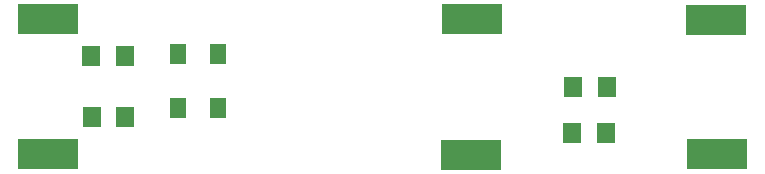
<source format=gbr>
G04 EAGLE Gerber RS-274X export*
G75*
%MOMM*%
%FSLAX34Y34*%
%LPD*%
%INSolderpaste Top*%
%IPPOS*%
%AMOC8*
5,1,8,0,0,1.08239X$1,22.5*%
G01*
%ADD10R,1.600000X1.803000*%
%ADD11R,5.080000X2.540000*%
%ADD12R,1.400000X1.800000*%


D10*
X500320Y33600D03*
X471880Y33600D03*
X501020Y72600D03*
X472580Y72600D03*
X92720Y99100D03*
X64280Y99100D03*
X93280Y47440D03*
X64840Y47440D03*
D11*
X28000Y130000D03*
X28000Y15500D03*
X593500Y129500D03*
X594000Y15500D03*
X386500Y130000D03*
X386000Y15000D03*
D12*
X172000Y55000D03*
X138000Y55000D03*
X172000Y100000D03*
X138000Y100000D03*
M02*

</source>
